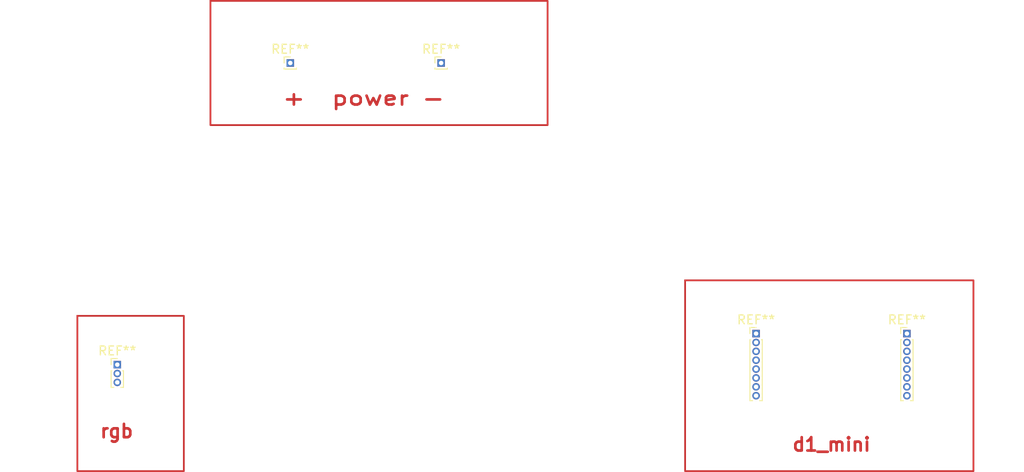
<source format=kicad_pcb>
(kicad_pcb (version 20211014) (generator pcbnew)
  (layers (0 "F.Cu" signal) (31 "B.Cu" signal) (34 "B.Paste" user) (35 "F.Paste" user) (36 "B.SilkS" user "B.Silkscreen") (37 "F.SilkS" user "F.Silkscreen") (38 "B.Mask" user) (39 "F.Mask" user) (44 "Edge.Cuts" user))
  (net 0 "")
  (footprint "Connector_PinHeader_1.00mm:PinHeader_1x08_P1.00mm_Vertical" (layer "F.Cu") (at 212 76.5)
    (fp_text reference "REF**" (at 0 -1.56) (layer "F.SilkS"))
    (fp_text value "PinHeader_1x08_P1.00mm_Vertical")
    (fp_line (start 0.608276 0.685) (end 0.695 0.685) (layer "F.SilkS") (width 0.12))
    (fp_line (start -0.695 0.685) (end -0.608276 0.685) (layer "F.SilkS") (width 0.12))
    (fp_line (start -0.695 -0.685) (end 0 -0.685) (layer "F.SilkS") (width 0.12))
    (fp_line (start -0.695 0.685) (end -0.695 7.56) (layer "F.SilkS") (width 0.12))
    (fp_line (start 0.695 0.685) (end 0.695 7.56) (layer "F.SilkS") (width 0.12))
    (fp_line (start -0.695 7.56) (end -0.394493 7.56) (layer "F.SilkS") (width 0.12))
    (fp_line (start 0.394493 7.56) (end 0.695 7.56) (layer "F.SilkS") (width 0.12))
    (fp_line (start -0.695 0) (end -0.695 -0.685) (layer "F.SilkS") (width 0.12))
    (pad "1" thru_hole rect (at 0 0) (size 0.85 0.85) (drill 0.5) (layers *.Cu *.Mask))
    (pad "2" thru_hole oval (at 0 1) (size 0.85 0.85) (drill 0.5) (layers *.Cu *.Mask))
    (pad "3" thru_hole oval (at 0 2) (size 0.85 0.85) (drill 0.5) (layers *.Cu *.Mask))
    (pad "4" thru_hole oval (at 0 3) (size 0.85 0.85) (drill 0.5) (layers *.Cu *.Mask))
    (pad "5" thru_hole oval (at 0 4) (size 0.85 0.85) (drill 0.5) (layers *.Cu *.Mask))
    (pad "6" thru_hole oval (at 0 5) (size 0.85 0.85) (drill 0.5) (layers *.Cu *.Mask))
    (pad "7" thru_hole oval (at 0 6) (size 0.85 0.85) (drill 0.5) (layers *.Cu *.Mask))
    (pad "8" thru_hole oval (at 0 7) (size 0.85 0.85) (drill 0.5) (layers *.Cu *.Mask))
  )
  (footprint "Connector_PinHeader_1.00mm:PinHeader_1x01_P1.00mm_Vertical" (layer "F.Cu") (at 142.5 46)
    (fp_text reference "REF**" (at 0 -1.56) (layer "F.SilkS"))
    (fp_text value "PinHeader_1x01_P1.00mm_Vertical")
    (fp_line (start 0.608276 0.685) (end 0.695 0.685) (layer "F.SilkS") (width 0.12))
    (fp_line (start -0.695 0.685) (end -0.608276 0.685) (layer "F.SilkS") (width 0.12))
    (fp_line (start 0.695 0.685) (end 0.695 0.56) (layer "F.SilkS") (width 0.12))
    (fp_line (start -0.695 0.685) (end -0.695 0.56) (layer "F.SilkS") (width 0.12))
    (fp_line (start -0.695 0) (end -0.695 -0.685) (layer "F.SilkS") (width 0.12))
    (fp_line (start -0.695 -0.685) (end 0 -0.685) (layer "F.SilkS") (width 0.12))
    (fp_line (start -0.695 0.685) (end 0.695 0.685) (layer "F.SilkS") (width 0.12))
    (pad "1" thru_hole rect (at 0 0) (size 0.85 0.85) (drill 0.5) (layers *.Cu *.Mask))
  )
  (footprint "Connector_PinHeader_1.00mm:PinHeader_1x03_P1.00mm_Vertical" (layer "F.Cu") (at 123 80)
    (fp_text reference "REF**" (at 0 -1.56) (layer "F.SilkS"))
    (fp_text value "PinHeader_1x03_P1.00mm_Vertical")
    (fp_line (start -0.695 2.56) (end -0.394493 2.56) (layer "F.SilkS") (width 0.12))
    (fp_line (start -0.695 -0.685) (end 0 -0.685) (layer "F.SilkS") (width 0.12))
    (fp_line (start -0.695 0.685) (end -0.695 2.56) (layer "F.SilkS") (width 0.12))
    (fp_line (start 0.695 0.685) (end 0.695 2.56) (layer "F.SilkS") (width 0.12))
    (fp_line (start -0.695 0) (end -0.695 -0.685) (layer "F.SilkS") (width 0.12))
    (fp_line (start 0.608276 0.685) (end 0.695 0.685) (layer "F.SilkS") (width 0.12))
    (fp_line (start -0.695 0.685) (end -0.608276 0.685) (layer "F.SilkS") (width 0.12))
    (fp_line (start 0.394493 2.56) (end 0.695 2.56) (layer "F.SilkS") (width 0.12))
    (pad "1" thru_hole rect (at 0 0) (size 0.85 0.85) (drill 0.5) (layers *.Cu *.Mask))
    (pad "2" thru_hole oval (at 0 1) (size 0.85 0.85) (drill 0.5) (layers *.Cu *.Mask))
    (pad "3" thru_hole oval (at 0 2) (size 0.85 0.85) (drill 0.5) (layers *.Cu *.Mask))
  )
  (footprint "Connector_PinHeader_1.00mm:PinHeader_1x08_P1.00mm_Vertical" (layer "F.Cu") (at 195 76.5)
    (fp_text reference "REF**" (at 0 -1.56) (layer "F.SilkS"))
    (fp_text value "PinHeader_1x08_P1.00mm_Vertical")
    (fp_line (start 0.608276 0.685) (end 0.695 0.685) (layer "F.SilkS") (width 0.12))
    (fp_line (start -0.695 0.685) (end -0.608276 0.685) (layer "F.SilkS") (width 0.12))
    (fp_line (start -0.695 -0.685) (end 0 -0.685) (layer "F.SilkS") (width 0.12))
    (fp_line (start -0.695 0.685) (end -0.695 7.56) (layer "F.SilkS") (width 0.12))
    (fp_line (start 0.695 0.685) (end 0.695 7.56) (layer "F.SilkS") (width 0.12))
    (fp_line (start -0.695 7.56) (end -0.394493 7.56) (layer "F.SilkS") (width 0.12))
    (fp_line (start 0.394493 7.56) (end 0.695 7.56) (layer "F.SilkS") (width 0.12))
    (fp_line (start -0.695 0) (end -0.695 -0.685) (layer "F.SilkS") (width 0.12))
    (pad "1" thru_hole rect (at 0 0) (size 0.85 0.85) (drill 0.5) (layers *.Cu *.Mask))
    (pad "2" thru_hole oval (at 0 1) (size 0.85 0.85) (drill 0.5) (layers *.Cu *.Mask))
    (pad "3" thru_hole oval (at 0 2) (size 0.85 0.85) (drill 0.5) (layers *.Cu *.Mask))
    (pad "4" thru_hole oval (at 0 3) (size 0.85 0.85) (drill 0.5) (layers *.Cu *.Mask))
    (pad "5" thru_hole oval (at 0 4) (size 0.85 0.85) (drill 0.5) (layers *.Cu *.Mask))
    (pad "6" thru_hole oval (at 0 5) (size 0.85 0.85) (drill 0.5) (layers *.Cu *.Mask))
    (pad "7" thru_hole oval (at 0 6) (size 0.85 0.85) (drill 0.5) (layers *.Cu *.Mask))
    (pad "8" thru_hole oval (at 0 7) (size 0.85 0.85) (drill 0.5) (layers *.Cu *.Mask))
  )
  (footprint "Connector_PinHeader_1.00mm:PinHeader_1x01_P1.00mm_Vertical" (layer "F.Cu") (at 159.5 46)
    (fp_text reference "REF**" (at 0 -1.56) (layer "F.SilkS"))
    (fp_text value "PinHeader_1x01_P1.00mm_Vertical")
    (fp_line (start 0.608276 0.685) (end 0.695 0.685) (layer "F.SilkS") (width 0.12))
    (fp_line (start -0.695 0.685) (end -0.608276 0.685) (layer "F.SilkS") (width 0.12))
    (fp_line (start 0.695 0.685) (end 0.695 0.56) (layer "F.SilkS") (width 0.12))
    (fp_line (start -0.695 0.685) (end -0.695 0.56) (layer "F.SilkS") (width 0.12))
    (fp_line (start -0.695 0) (end -0.695 -0.685) (layer "F.SilkS") (width 0.12))
    (fp_line (start -0.695 -0.685) (end 0 -0.685) (layer "F.SilkS") (width 0.12))
    (fp_line (start -0.695 0.685) (end 0.695 0.685) (layer "F.SilkS") (width 0.12))
    (pad "1" thru_hole rect (at 0 0) (size 0.85 0.85) (drill 0.5) (layers *.Cu *.Mask))
  )
  (gr_rect (start 187 70.5) (end 219.5 92) (layer "F.Cu") (width 0.2) (fill none))
  (gr_rect (start 118.5 74.5) (end 130.5 92) (layer "F.Cu") (width 0.2) (fill none))
  (gr_rect (start 171.5 39) (end 133.5 53) (layer "F.Cu") (width 0.2) (fill none))
  (gr_text "d1_mini\n" (at 203.5 89) (layer "F.Cu") (effects (font (size 1.5 1.5) (thickness 0.3))))
  (gr_text "rgb \n" (at 123.5 87.5) (layer "F.Cu") (effects (font (size 1.5 1.5) (thickness 0.3))))
  (gr_text " +  power -" (at 150 50) (layer "F.Cu") (effects (font (size 1.5 2) (thickness 0.3))))
)
</source>
